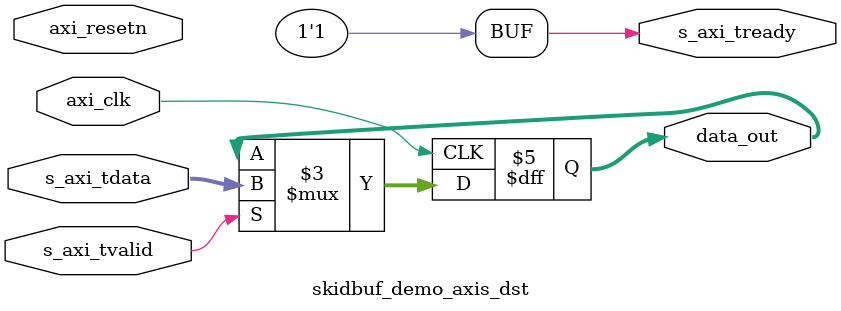
<source format=sv>
`ifndef SKIDBUF_DEMO_AXIS_DST_V
`define SKIDBUF_DEMO_AXIS_DST_V

`include "directives.sv"

module skidbuf_demo_axis_dst #(
    parameter DATA_BITS = 8
) (
    input logic axi_clk,
    // verilator lint_off UNUSEDSIGNAL
    input logic axi_resetn,
    // verilator lint_on UNUSEDSIGNAL

    input  logic                 s_axi_tvalid,
    output logic                 s_axi_tready,
    input  logic [DATA_BITS-1:0] s_axi_tdata,

    output logic [DATA_BITS-1:0] data_out
);
  assign s_axi_tready = 1'b1;

  always_ff @(posedge axi_clk) begin
    if (s_axi_tvalid && s_axi_tready) begin
      data_out <= s_axi_tdata;
    end
  end

endmodule
`endif

</source>
